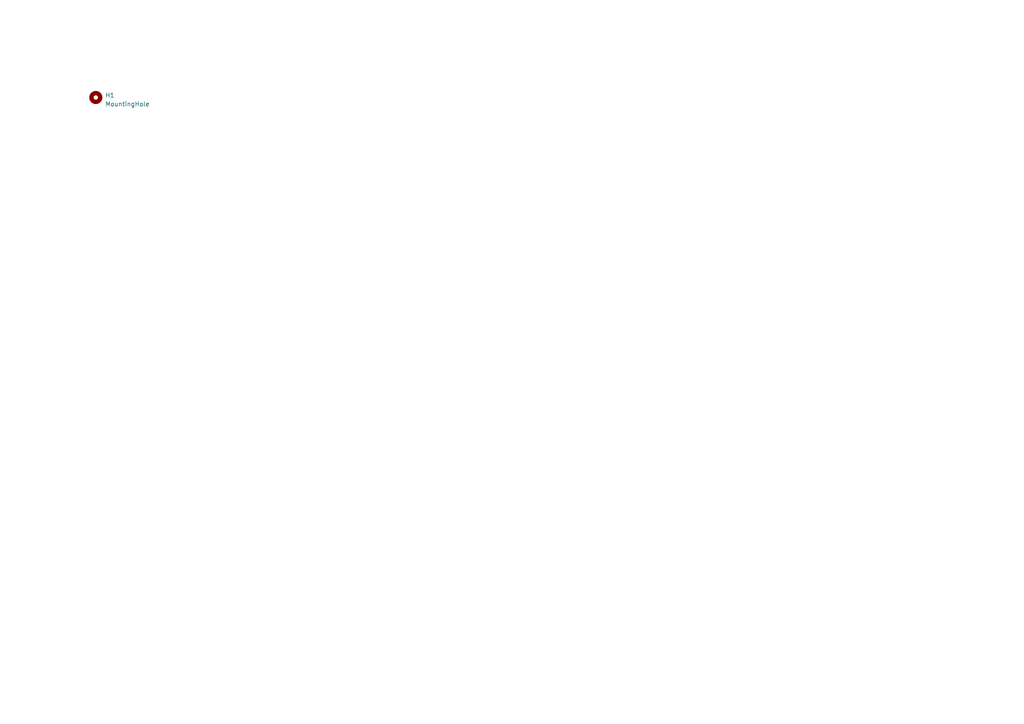
<source format=kicad_sch>
(kicad_sch (version 20230121) (generator eeschema)
  (paper "A4")
  (lib_symbols
    (symbol "Mechanical:MountingHole" (pin_names (offset 1.016))
      (property "Reference" "H" (at 0 5.08 0))
      (property "Value" "MountingHole" (at 0 3.175 0))
      (symbol "MountingHole_0_1"
        (circle (center 0 0) (radius 1.27) (stroke (width 1.27)))
      )
    )
  )
  (symbol (lib_id "Mechanical:MountingHole") (at 27.7887 28.2796 0) (unit 1)
    (property "Reference" "H1" (at 30.48 27.6446 0) (effects (justify left)))
    (property "Value" "MountingHole" (at 30.48 30.1846 0) (effects (justify left)))
    (property "Footprint" "Compass Castellated:Compass Castellated" (effects hide))
  )
)
</source>
